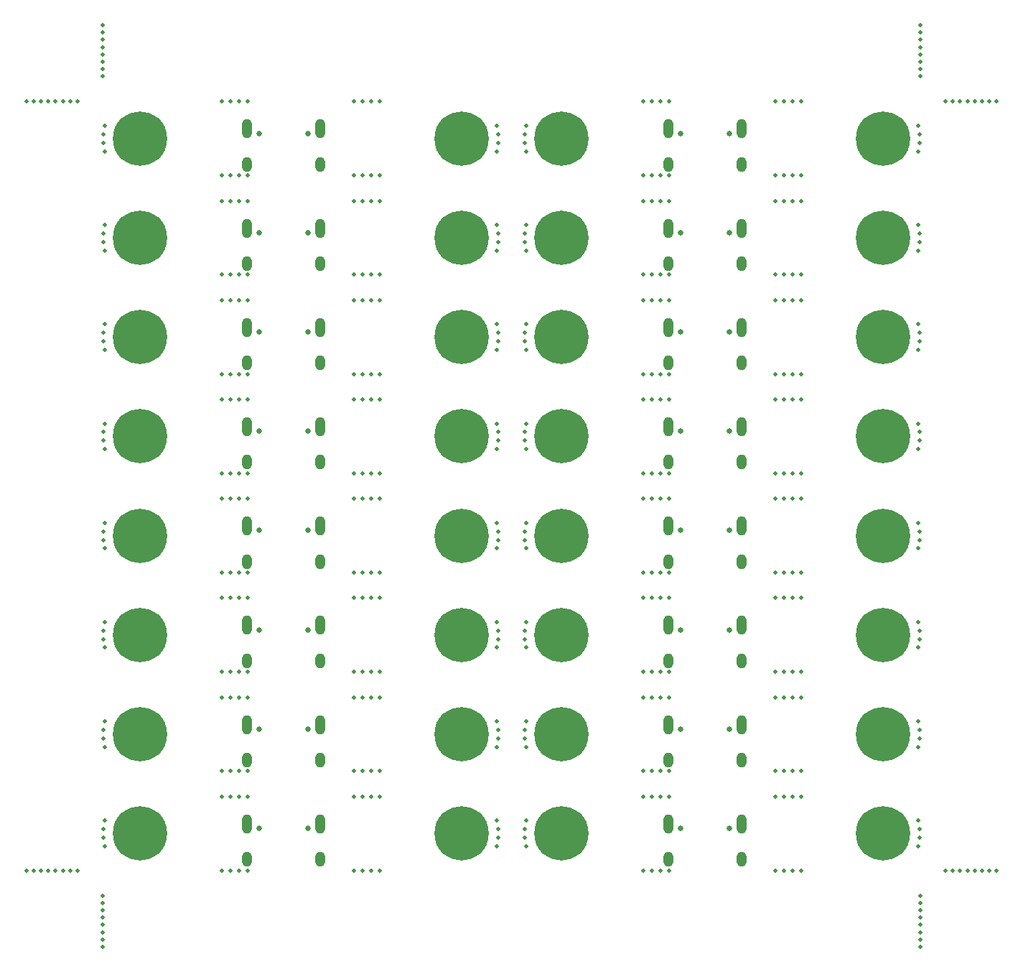
<source format=gts>
%TF.GenerationSoftware,KiCad,Pcbnew,(6.0.5)*%
%TF.CreationDate,2022-06-15T20:47:15+08:00*%
%TF.ProjectId,panel,70616e65-6c2e-46b6-9963-61645f706362,rev?*%
%TF.SameCoordinates,Original*%
%TF.FileFunction,Soldermask,Top*%
%TF.FilePolarity,Negative*%
%FSLAX46Y46*%
G04 Gerber Fmt 4.6, Leading zero omitted, Abs format (unit mm)*
G04 Created by KiCad (PCBNEW (6.0.5)) date 2022-06-15 20:47:15*
%MOMM*%
%LPD*%
G01*
G04 APERTURE LIST*
%ADD10C,0.500000*%
%ADD11C,0.800000*%
%ADD12C,6.400000*%
%ADD13C,0.650000*%
%ADD14O,1.200000X2.300000*%
%ADD15O,1.200000X1.800000*%
G04 APERTURE END LIST*
D10*
%TO.C,REF\u002A\u002A*%
X90765765Y-70800000D03*
%TD*%
%TO.C,REF\u002A\u002A*%
X90765765Y-24000000D03*
%TD*%
%TO.C,REF\u002A\u002A*%
X24029255Y-62940601D03*
%TD*%
%TO.C,REF\u002A\u002A*%
X123397295Y-24000000D03*
%TD*%
%TO.C,REF\u002A\u002A*%
X41065765Y-35700000D03*
%TD*%
%TO.C,REF\u002A\u002A*%
X55631530Y-94200000D03*
%TD*%
%TO.C,REF\u002A\u002A*%
X40065765Y-82500000D03*
%TD*%
%TO.C,REF\u002A\u002A*%
X120368040Y-74640601D03*
%TD*%
%TO.C,REF\u002A\u002A*%
X24000000Y-122742857D03*
%TD*%
%TO.C,REF\u002A\u002A*%
X120368040Y-75659398D03*
%TD*%
%TO.C,REF\u002A\u002A*%
X73729255Y-87359398D03*
%TD*%
%TO.C,REF\u002A\u002A*%
X41065765Y-24000000D03*
%TD*%
%TO.C,REF\u002A\u002A*%
X90765765Y-35700000D03*
%TD*%
D11*
%TO.C,MH1*%
X63948648Y-51750000D03*
X64651592Y-50052944D03*
X66348648Y-49350000D03*
X64651592Y-53447056D03*
X66348648Y-54150000D03*
X68045704Y-50052944D03*
D12*
X66348648Y-51750000D03*
D11*
X68045704Y-53447056D03*
X68748648Y-51750000D03*
%TD*%
D10*
%TO.C,REF\u002A\u002A*%
X56631530Y-56100000D03*
%TD*%
%TO.C,REF\u002A\u002A*%
X54631530Y-102900000D03*
%TD*%
%TO.C,REF\u002A\u002A*%
X56631530Y-47400000D03*
%TD*%
%TO.C,REF\u002A\u002A*%
X24000000Y-117600000D03*
%TD*%
%TO.C,REF\u002A\u002A*%
X70430427Y-108750000D03*
%TD*%
%TO.C,REF\u002A\u002A*%
X104331530Y-114600000D03*
%TD*%
%TO.C,REF\u002A\u002A*%
X24000000Y-123600000D03*
%TD*%
%TO.C,REF\u002A\u002A*%
X87765765Y-67800000D03*
%TD*%
%TO.C,REF\u002A\u002A*%
X24266868Y-61950000D03*
%TD*%
%TO.C,REF\u002A\u002A*%
X127683009Y-114600000D03*
%TD*%
%TO.C,REF\u002A\u002A*%
X120368040Y-39540601D03*
%TD*%
%TO.C,REF\u002A\u002A*%
X24000000Y-21000000D03*
%TD*%
%TO.C,REF\u002A\u002A*%
X73966868Y-53250000D03*
%TD*%
%TO.C,REF\u002A\u002A*%
X120130427Y-85350000D03*
%TD*%
%TO.C,REF\u002A\u002A*%
X54631530Y-67800000D03*
%TD*%
%TO.C,REF\u002A\u002A*%
X105331530Y-67800000D03*
%TD*%
%TO.C,REF\u002A\u002A*%
X120368040Y-28859398D03*
%TD*%
%TO.C,REF\u002A\u002A*%
X88765765Y-32700000D03*
%TD*%
%TO.C,REF\u002A\u002A*%
X120368040Y-63959398D03*
%TD*%
%TO.C,REF\u002A\u002A*%
X15857142Y-114600000D03*
%TD*%
%TO.C,REF\u002A\u002A*%
X54631530Y-59100000D03*
%TD*%
%TO.C,REF\u002A\u002A*%
X53631530Y-82500000D03*
%TD*%
%TO.C,REF\u002A\u002A*%
X39065765Y-56100000D03*
%TD*%
%TO.C,REF\u002A\u002A*%
X70430427Y-73650000D03*
%TD*%
%TO.C,REF\u002A\u002A*%
X120368040Y-27840601D03*
%TD*%
%TO.C,REF\u002A\u002A*%
X73729255Y-110759398D03*
%TD*%
%TO.C,REF\u002A\u002A*%
X73729255Y-74640601D03*
%TD*%
%TO.C,REF\u002A\u002A*%
X16714285Y-114600000D03*
%TD*%
%TO.C,REF\u002A\u002A*%
X120397295Y-121885714D03*
%TD*%
%TO.C,REF\u002A\u002A*%
X73966868Y-73650000D03*
%TD*%
%TO.C,REF\u002A\u002A*%
X87765765Y-47400000D03*
%TD*%
%TO.C,REF\u002A\u002A*%
X55631530Y-67800000D03*
%TD*%
%TO.C,REF\u002A\u002A*%
X24266868Y-50250000D03*
%TD*%
%TO.C,REF\u002A\u002A*%
X55631530Y-47400000D03*
%TD*%
D11*
%TO.C,MH2*%
X30748648Y-40050000D03*
X25948648Y-40050000D03*
D12*
X28348648Y-40050000D03*
D11*
X28348648Y-37650000D03*
X28348648Y-42450000D03*
X30045704Y-41747056D03*
X26651592Y-41747056D03*
X30045704Y-38352944D03*
X26651592Y-38352944D03*
%TD*%
D10*
%TO.C,REF\u002A\u002A*%
X39065765Y-24000000D03*
%TD*%
%TO.C,REF\u002A\u002A*%
X120397295Y-19285714D03*
%TD*%
%TO.C,REF\u002A\u002A*%
X70668040Y-40559398D03*
%TD*%
%TO.C,REF\u002A\u002A*%
X103331530Y-70800000D03*
%TD*%
%TO.C,REF\u002A\u002A*%
X55631530Y-70800000D03*
%TD*%
%TO.C,REF\u002A\u002A*%
X24266868Y-26850000D03*
%TD*%
%TO.C,REF\u002A\u002A*%
X56631530Y-114600000D03*
%TD*%
%TO.C,REF\u002A\u002A*%
X39065765Y-102900000D03*
%TD*%
%TO.C,REF\u002A\u002A*%
X88765765Y-35700000D03*
%TD*%
%TO.C,REF\u002A\u002A*%
X105331530Y-105900000D03*
%TD*%
%TO.C,REF\u002A\u002A*%
X89765765Y-59100000D03*
%TD*%
%TO.C,REF\u002A\u002A*%
X39065765Y-94200000D03*
%TD*%
%TO.C,REF\u002A\u002A*%
X104331530Y-94200000D03*
%TD*%
%TO.C,REF\u002A\u002A*%
X24000000Y-19285714D03*
%TD*%
%TO.C,REF\u002A\u002A*%
X104331530Y-56100000D03*
%TD*%
%TO.C,REF\u002A\u002A*%
X38065765Y-59100000D03*
%TD*%
%TO.C,REF\u002A\u002A*%
X128540152Y-114600000D03*
%TD*%
%TO.C,REF\u002A\u002A*%
X56631530Y-94200000D03*
%TD*%
%TO.C,REF\u002A\u002A*%
X56631530Y-105900000D03*
%TD*%
%TO.C,REF\u002A\u002A*%
X105331530Y-102900000D03*
%TD*%
%TO.C,REF\u002A\u002A*%
X73966868Y-108750000D03*
%TD*%
D11*
%TO.C,MH1*%
X68748648Y-28350000D03*
D12*
X66348648Y-28350000D03*
D11*
X68045704Y-30047056D03*
X66348648Y-30750000D03*
X64651592Y-30047056D03*
X68045704Y-26652944D03*
X63948648Y-28350000D03*
X66348648Y-25950000D03*
X64651592Y-26652944D03*
%TD*%
D10*
%TO.C,REF\u002A\u002A*%
X41065765Y-114600000D03*
%TD*%
%TO.C,REF\u002A\u002A*%
X70430427Y-85350000D03*
%TD*%
%TO.C,REF\u002A\u002A*%
X125111580Y-24000000D03*
%TD*%
%TO.C,REF\u002A\u002A*%
X55631530Y-35700000D03*
%TD*%
%TO.C,REF\u002A\u002A*%
X126825866Y-114600000D03*
%TD*%
%TO.C,REF\u002A\u002A*%
X41065765Y-70800000D03*
%TD*%
%TO.C,REF\u002A\u002A*%
X56631530Y-70800000D03*
%TD*%
%TO.C,REF\u002A\u002A*%
X88765765Y-91200000D03*
%TD*%
%TO.C,REF\u002A\u002A*%
X53631530Y-94200000D03*
%TD*%
%TO.C,REF\u002A\u002A*%
X17571428Y-24000000D03*
%TD*%
%TO.C,REF\u002A\u002A*%
X24029255Y-39540601D03*
%TD*%
%TO.C,REF\u002A\u002A*%
X70430427Y-50250000D03*
%TD*%
%TO.C,REF\u002A\u002A*%
X105331530Y-82500000D03*
%TD*%
%TO.C,REF\u002A\u002A*%
X73729255Y-40559398D03*
%TD*%
%TO.C,REF\u002A\u002A*%
X87765765Y-91200000D03*
%TD*%
%TO.C,REF\u002A\u002A*%
X38065765Y-70800000D03*
%TD*%
%TO.C,REF\u002A\u002A*%
X105331530Y-32700000D03*
%TD*%
%TO.C,REF\u002A\u002A*%
X88765765Y-67800000D03*
%TD*%
%TO.C,REF\u002A\u002A*%
X38065765Y-114600000D03*
%TD*%
%TO.C,REF\u002A\u002A*%
X103331530Y-94200000D03*
%TD*%
%TO.C,REF\u002A\u002A*%
X120397295Y-117600000D03*
%TD*%
%TO.C,REF\u002A\u002A*%
X39065765Y-32700000D03*
%TD*%
%TO.C,REF\u002A\u002A*%
X41065765Y-91200000D03*
%TD*%
%TO.C,REF\u002A\u002A*%
X104331530Y-102900000D03*
%TD*%
D11*
%TO.C,MH1*%
X116048648Y-100950000D03*
X114351592Y-100247056D03*
X117745704Y-100247056D03*
D12*
X116048648Y-98550000D03*
D11*
X114351592Y-96852944D03*
X117745704Y-96852944D03*
X113648648Y-98550000D03*
X118448648Y-98550000D03*
X116048648Y-96150000D03*
%TD*%
D10*
%TO.C,REF\u002A\u002A*%
X103331530Y-32700000D03*
%TD*%
%TO.C,REF\u002A\u002A*%
X120368040Y-51240601D03*
%TD*%
%TO.C,REF\u002A\u002A*%
X39065765Y-35700000D03*
%TD*%
%TO.C,REF\u002A\u002A*%
X24266868Y-108750000D03*
%TD*%
%TO.C,REF\u002A\u002A*%
X41065765Y-32700000D03*
%TD*%
%TO.C,REF\u002A\u002A*%
X104331530Y-24000000D03*
%TD*%
%TO.C,REF\u002A\u002A*%
X56631530Y-79500000D03*
%TD*%
%TO.C,REF\u002A\u002A*%
X106331530Y-44400000D03*
%TD*%
%TO.C,REF\u002A\u002A*%
X105331530Y-94200000D03*
%TD*%
%TO.C,REF\u002A\u002A*%
X40065765Y-79500000D03*
%TD*%
%TO.C,REF\u002A\u002A*%
X128540152Y-24000000D03*
%TD*%
%TO.C,REF\u002A\u002A*%
X54631530Y-35700000D03*
%TD*%
%TO.C,REF\u002A\u002A*%
X53631530Y-47400000D03*
%TD*%
%TO.C,REF\u002A\u002A*%
X105331530Y-59100000D03*
%TD*%
D11*
%TO.C,MH2*%
X76351592Y-38352944D03*
X79745704Y-38352944D03*
X78048648Y-42450000D03*
X76351592Y-41747056D03*
X79745704Y-41747056D03*
X78048648Y-37650000D03*
D12*
X78048648Y-40050000D03*
D11*
X75648648Y-40050000D03*
X80448648Y-40050000D03*
%TD*%
D10*
%TO.C,REF\u002A\u002A*%
X40065765Y-35700000D03*
%TD*%
%TO.C,REF\u002A\u002A*%
X21000000Y-114600000D03*
%TD*%
%TO.C,REF\u002A\u002A*%
X70668040Y-87359398D03*
%TD*%
%TO.C,REF\u002A\u002A*%
X88765765Y-44400000D03*
%TD*%
%TO.C,REF\u002A\u002A*%
X105331530Y-56100000D03*
%TD*%
%TO.C,REF\u002A\u002A*%
X38065765Y-35700000D03*
%TD*%
%TO.C,REF\u002A\u002A*%
X120130427Y-53250000D03*
%TD*%
%TO.C,REF\u002A\u002A*%
X103331530Y-102900000D03*
%TD*%
D11*
%TO.C,MH1*%
X114351592Y-61752944D03*
X114351592Y-65147056D03*
X116048648Y-61050000D03*
X117745704Y-65147056D03*
D12*
X116048648Y-63450000D03*
D11*
X113648648Y-63450000D03*
X116048648Y-65850000D03*
X117745704Y-61752944D03*
X118448648Y-63450000D03*
%TD*%
D10*
%TO.C,REF\u002A\u002A*%
X40065765Y-67800000D03*
%TD*%
%TO.C,REF\u002A\u002A*%
X41065765Y-94200000D03*
%TD*%
%TO.C,REF\u002A\u002A*%
X41065765Y-47400000D03*
%TD*%
%TO.C,REF\u002A\u002A*%
X105331530Y-35700000D03*
%TD*%
D11*
%TO.C,MH2*%
X78048648Y-54150000D03*
X76351592Y-53447056D03*
D12*
X78048648Y-51750000D03*
D11*
X76351592Y-50052944D03*
X79745704Y-50052944D03*
X75648648Y-51750000D03*
X79745704Y-53447056D03*
X80448648Y-51750000D03*
X78048648Y-49350000D03*
%TD*%
D10*
%TO.C,REF\u002A\u002A*%
X106331530Y-94200000D03*
%TD*%
%TO.C,REF\u002A\u002A*%
X24266868Y-41550000D03*
%TD*%
%TO.C,REF\u002A\u002A*%
X39065765Y-67800000D03*
%TD*%
%TO.C,REF\u002A\u002A*%
X105331530Y-70800000D03*
%TD*%
%TO.C,REF\u002A\u002A*%
X88765765Y-94200000D03*
%TD*%
%TO.C,REF\u002A\u002A*%
X70668040Y-86340601D03*
%TD*%
%TO.C,REF\u002A\u002A*%
X90765765Y-91200000D03*
%TD*%
%TO.C,REF\u002A\u002A*%
X15857142Y-24000000D03*
%TD*%
%TO.C,REF\u002A\u002A*%
X54631530Y-114600000D03*
%TD*%
%TO.C,REF\u002A\u002A*%
X39065765Y-91200000D03*
%TD*%
%TO.C,REF\u002A\u002A*%
X104331530Y-67800000D03*
%TD*%
%TO.C,REF\u002A\u002A*%
X88765765Y-82500000D03*
%TD*%
D11*
%TO.C,MH2*%
X28348648Y-54150000D03*
X28348648Y-49350000D03*
X26651592Y-50052944D03*
X25948648Y-51750000D03*
D12*
X28348648Y-51750000D03*
D11*
X26651592Y-53447056D03*
X30045704Y-50052944D03*
X30748648Y-51750000D03*
X30045704Y-53447056D03*
%TD*%
D10*
%TO.C,REF\u002A\u002A*%
X56631530Y-82500000D03*
%TD*%
%TO.C,REF\u002A\u002A*%
X53631530Y-24000000D03*
%TD*%
%TO.C,REF\u002A\u002A*%
X53631530Y-105900000D03*
%TD*%
%TO.C,REF\u002A\u002A*%
X40065765Y-114600000D03*
%TD*%
%TO.C,REF\u002A\u002A*%
X120397295Y-18428571D03*
%TD*%
%TO.C,REF\u002A\u002A*%
X90765765Y-59100000D03*
%TD*%
%TO.C,REF\u002A\u002A*%
X120397295Y-118457142D03*
%TD*%
%TO.C,REF\u002A\u002A*%
X104331530Y-70800000D03*
%TD*%
%TO.C,REF\u002A\u002A*%
X120368040Y-98040601D03*
%TD*%
%TO.C,REF\u002A\u002A*%
X105331530Y-91200000D03*
%TD*%
%TO.C,REF\u002A\u002A*%
X106331530Y-47400000D03*
%TD*%
%TO.C,REF\u002A\u002A*%
X88765765Y-70800000D03*
%TD*%
%TO.C,REF\u002A\u002A*%
X104331530Y-79500000D03*
%TD*%
%TO.C,REF\u002A\u002A*%
X90765765Y-56100000D03*
%TD*%
%TO.C,REF\u002A\u002A*%
X41065765Y-44400000D03*
%TD*%
%TO.C,REF\u002A\u002A*%
X89765765Y-105900000D03*
%TD*%
D12*
%TO.C,MH1*%
X66348648Y-75150000D03*
D11*
X64651592Y-73452944D03*
X68045704Y-76847056D03*
X63948648Y-75150000D03*
X64651592Y-76847056D03*
X66348648Y-72750000D03*
X68748648Y-75150000D03*
X66348648Y-77550000D03*
X68045704Y-73452944D03*
%TD*%
%TO.C,MH1*%
X66348648Y-89250000D03*
X68045704Y-85152944D03*
X66348648Y-84450000D03*
D12*
X66348648Y-86850000D03*
D11*
X68748648Y-86850000D03*
X64651592Y-88547056D03*
X64651592Y-85152944D03*
X63948648Y-86850000D03*
X68045704Y-88547056D03*
%TD*%
D10*
%TO.C,REF\u002A\u002A*%
X120397295Y-21000000D03*
%TD*%
D11*
%TO.C,MH1*%
X63948648Y-98550000D03*
X64651592Y-96852944D03*
X68748648Y-98550000D03*
X68045704Y-96852944D03*
D12*
X66348648Y-98550000D03*
D11*
X64651592Y-100247056D03*
X66348648Y-96150000D03*
X68045704Y-100247056D03*
X66348648Y-100950000D03*
%TD*%
D10*
%TO.C,REF\u002A\u002A*%
X41065765Y-67800000D03*
%TD*%
%TO.C,REF\u002A\u002A*%
X39065765Y-70800000D03*
%TD*%
%TO.C,REF\u002A\u002A*%
X53631530Y-70800000D03*
%TD*%
%TO.C,REF\u002A\u002A*%
X106331530Y-114600000D03*
%TD*%
%TO.C,REF\u002A\u002A*%
X53631530Y-79500000D03*
%TD*%
%TO.C,REF\u002A\u002A*%
X40065765Y-70800000D03*
%TD*%
D11*
%TO.C,MH2*%
X76351592Y-61752944D03*
X79745704Y-61752944D03*
X80448648Y-63450000D03*
X75648648Y-63450000D03*
X79745704Y-65147056D03*
X78048648Y-65850000D03*
D12*
X78048648Y-63450000D03*
D11*
X78048648Y-61050000D03*
X76351592Y-65147056D03*
%TD*%
D10*
%TO.C,REF\u002A\u002A*%
X73966868Y-64950000D03*
%TD*%
%TO.C,REF\u002A\u002A*%
X104331530Y-91200000D03*
%TD*%
%TO.C,REF\u002A\u002A*%
X73729255Y-62940601D03*
%TD*%
%TO.C,REF\u002A\u002A*%
X87765765Y-105900000D03*
%TD*%
%TO.C,REF\u002A\u002A*%
X120368040Y-62940601D03*
%TD*%
%TO.C,REF\u002A\u002A*%
X56631530Y-44400000D03*
%TD*%
%TO.C,REF\u002A\u002A*%
X104331530Y-59100000D03*
%TD*%
%TO.C,REF\u002A\u002A*%
X40065765Y-94200000D03*
%TD*%
%TO.C,REF\u002A\u002A*%
X56631530Y-91200000D03*
%TD*%
%TO.C,REF\u002A\u002A*%
X70430427Y-26850000D03*
%TD*%
%TO.C,REF\u002A\u002A*%
X120368040Y-99059398D03*
%TD*%
%TO.C,REF\u002A\u002A*%
X73966868Y-76650000D03*
%TD*%
%TO.C,REF\u002A\u002A*%
X120130427Y-111750000D03*
%TD*%
%TO.C,REF\u002A\u002A*%
X53631530Y-56100000D03*
%TD*%
%TO.C,REF\u002A\u002A*%
X24029255Y-109740601D03*
%TD*%
%TO.C,REF\u002A\u002A*%
X120368040Y-110759398D03*
%TD*%
%TO.C,REF\u002A\u002A*%
X88765765Y-47400000D03*
%TD*%
%TO.C,REF\u002A\u002A*%
X89765765Y-114600000D03*
%TD*%
%TO.C,REF\u002A\u002A*%
X87765765Y-59100000D03*
%TD*%
%TO.C,REF\u002A\u002A*%
X73729255Y-98040601D03*
%TD*%
%TO.C,REF\u002A\u002A*%
X127683009Y-24000000D03*
%TD*%
%TO.C,REF\u002A\u002A*%
X120368040Y-40559398D03*
%TD*%
%TO.C,REF\u002A\u002A*%
X105331530Y-44400000D03*
%TD*%
%TO.C,REF\u002A\u002A*%
X103331530Y-67800000D03*
%TD*%
%TO.C,REF\u002A\u002A*%
X39065765Y-114600000D03*
%TD*%
D11*
%TO.C,MH2*%
X30748648Y-63450000D03*
X28348648Y-65850000D03*
X26651592Y-61752944D03*
X26651592Y-65147056D03*
D12*
X28348648Y-63450000D03*
D11*
X28348648Y-61050000D03*
X25948648Y-63450000D03*
X30045704Y-65147056D03*
X30045704Y-61752944D03*
%TD*%
D10*
%TO.C,REF\u002A\u002A*%
X40065765Y-105900000D03*
%TD*%
%TO.C,REF\u002A\u002A*%
X70668040Y-110759398D03*
%TD*%
%TO.C,REF\u002A\u002A*%
X24266868Y-73650000D03*
%TD*%
%TO.C,REF\u002A\u002A*%
X39065765Y-105900000D03*
%TD*%
%TO.C,REF\u002A\u002A*%
X38065765Y-32700000D03*
%TD*%
%TO.C,REF\u002A\u002A*%
X38065765Y-102900000D03*
%TD*%
%TO.C,REF\u002A\u002A*%
X73966868Y-38550000D03*
%TD*%
%TO.C,REF\u002A\u002A*%
X41065765Y-82500000D03*
%TD*%
D11*
%TO.C,MH2*%
X76351592Y-111947056D03*
X76351592Y-108552944D03*
X79745704Y-108552944D03*
X80448648Y-110250000D03*
X78048648Y-112650000D03*
X75648648Y-110250000D03*
D12*
X78048648Y-110250000D03*
D11*
X78048648Y-107850000D03*
X79745704Y-111947056D03*
%TD*%
D10*
%TO.C,REF\u002A\u002A*%
X70430427Y-111750000D03*
%TD*%
%TO.C,REF\u002A\u002A*%
X88765765Y-59100000D03*
%TD*%
%TO.C,REF\u002A\u002A*%
X38065765Y-44400000D03*
%TD*%
%TO.C,REF\u002A\u002A*%
X24029255Y-87359398D03*
%TD*%
%TO.C,REF\u002A\u002A*%
X73729255Y-109740601D03*
%TD*%
%TO.C,REF\u002A\u002A*%
X120130427Y-38550000D03*
%TD*%
D11*
%TO.C,MH1*%
X68045704Y-111947056D03*
X63948648Y-110250000D03*
X64651592Y-108552944D03*
D12*
X66348648Y-110250000D03*
D11*
X66348648Y-107850000D03*
X68045704Y-108552944D03*
X68748648Y-110250000D03*
X64651592Y-111947056D03*
X66348648Y-112650000D03*
%TD*%
D10*
%TO.C,REF\u002A\u002A*%
X87765765Y-56100000D03*
%TD*%
%TO.C,REF\u002A\u002A*%
X16714285Y-24000000D03*
%TD*%
%TO.C,REF\u002A\u002A*%
X70430427Y-100050000D03*
%TD*%
%TO.C,REF\u002A\u002A*%
X70430427Y-97050000D03*
%TD*%
%TO.C,REF\u002A\u002A*%
X90765765Y-47400000D03*
%TD*%
%TO.C,REF\u002A\u002A*%
X24266868Y-76650000D03*
%TD*%
%TO.C,REF\u002A\u002A*%
X90765765Y-79500000D03*
%TD*%
%TO.C,REF\u002A\u002A*%
X103331530Y-79500000D03*
%TD*%
%TO.C,REF\u002A\u002A*%
X53631530Y-44400000D03*
%TD*%
%TO.C,REF\u002A\u002A*%
X24029255Y-63959398D03*
%TD*%
%TO.C,REF\u002A\u002A*%
X70668040Y-27840601D03*
%TD*%
%TO.C,REF\u002A\u002A*%
X55631530Y-59100000D03*
%TD*%
%TO.C,REF\u002A\u002A*%
X87765765Y-79500000D03*
%TD*%
%TO.C,REF\u002A\u002A*%
X87765765Y-44400000D03*
%TD*%
%TO.C,REF\u002A\u002A*%
X54631530Y-47400000D03*
%TD*%
%TO.C,REF\u002A\u002A*%
X120397295Y-123600000D03*
%TD*%
%TO.C,REF\u002A\u002A*%
X41065765Y-59100000D03*
%TD*%
%TO.C,REF\u002A\u002A*%
X53631530Y-32700000D03*
%TD*%
%TO.C,REF\u002A\u002A*%
X24000000Y-18428571D03*
%TD*%
%TO.C,REF\u002A\u002A*%
X55631530Y-24000000D03*
%TD*%
%TO.C,REF\u002A\u002A*%
X90765765Y-67800000D03*
%TD*%
%TO.C,REF\u002A\u002A*%
X24000000Y-121885714D03*
%TD*%
%TO.C,REF\u002A\u002A*%
X56631530Y-102900000D03*
%TD*%
%TO.C,REF\u002A\u002A*%
X70668040Y-63959398D03*
%TD*%
%TO.C,REF\u002A\u002A*%
X70668040Y-74640601D03*
%TD*%
%TO.C,REF\u002A\u002A*%
X103331530Y-82500000D03*
%TD*%
%TO.C,REF\u002A\u002A*%
X15000000Y-24000000D03*
%TD*%
%TO.C,REF\u002A\u002A*%
X104331530Y-44400000D03*
%TD*%
D12*
%TO.C,MH2*%
X28348648Y-98550000D03*
D11*
X26651592Y-100247056D03*
X28348648Y-96150000D03*
X26651592Y-96852944D03*
X30748648Y-98550000D03*
X30045704Y-96852944D03*
X25948648Y-98550000D03*
X30045704Y-100247056D03*
X28348648Y-100950000D03*
%TD*%
D10*
%TO.C,REF\u002A\u002A*%
X120130427Y-108750000D03*
%TD*%
%TO.C,REF\u002A\u002A*%
X54631530Y-32700000D03*
%TD*%
%TO.C,REF\u002A\u002A*%
X124254437Y-114600000D03*
%TD*%
%TO.C,REF\u002A\u002A*%
X73729255Y-75659398D03*
%TD*%
%TO.C,REF\u002A\u002A*%
X24266868Y-88350000D03*
%TD*%
%TO.C,REF\u002A\u002A*%
X103331530Y-47400000D03*
%TD*%
%TO.C,REF\u002A\u002A*%
X87765765Y-35700000D03*
%TD*%
%TO.C,REF\u002A\u002A*%
X103331530Y-56100000D03*
%TD*%
%TO.C,REF\u002A\u002A*%
X38065765Y-105900000D03*
%TD*%
%TO.C,REF\u002A\u002A*%
X88765765Y-102900000D03*
%TD*%
%TO.C,REF\u002A\u002A*%
X120130427Y-97050000D03*
%TD*%
%TO.C,REF\u002A\u002A*%
X56631530Y-32700000D03*
%TD*%
D11*
%TO.C,MH1*%
X114351592Y-108552944D03*
X116048648Y-112650000D03*
X118448648Y-110250000D03*
X117745704Y-111947056D03*
X114351592Y-111947056D03*
D12*
X116048648Y-110250000D03*
D11*
X117745704Y-108552944D03*
X116048648Y-107850000D03*
X113648648Y-110250000D03*
%TD*%
D10*
%TO.C,REF\u002A\u002A*%
X88765765Y-114600000D03*
%TD*%
%TO.C,REF\u002A\u002A*%
X73966868Y-29850000D03*
%TD*%
%TO.C,REF\u002A\u002A*%
X70668040Y-28859398D03*
%TD*%
%TO.C,REF\u002A\u002A*%
X24029255Y-40559398D03*
%TD*%
%TO.C,REF\u002A\u002A*%
X73729255Y-39540601D03*
%TD*%
%TO.C,REF\u002A\u002A*%
X103331530Y-105900000D03*
%TD*%
%TO.C,REF\u002A\u002A*%
X70668040Y-62940601D03*
%TD*%
%TO.C,REF\u002A\u002A*%
X24029255Y-99059398D03*
%TD*%
D11*
%TO.C,MH2*%
X75648648Y-86850000D03*
X78048648Y-89250000D03*
X80448648Y-86850000D03*
X79745704Y-88547056D03*
X79745704Y-85152944D03*
X76351592Y-88547056D03*
X76351592Y-85152944D03*
X78048648Y-84450000D03*
D12*
X78048648Y-86850000D03*
%TD*%
D10*
%TO.C,REF\u002A\u002A*%
X89765765Y-24000000D03*
%TD*%
%TO.C,REF\u002A\u002A*%
X70668040Y-39540601D03*
%TD*%
%TO.C,REF\u002A\u002A*%
X70430427Y-41550000D03*
%TD*%
%TO.C,REF\u002A\u002A*%
X19285714Y-24000000D03*
%TD*%
%TO.C,REF\u002A\u002A*%
X38065765Y-91200000D03*
%TD*%
%TO.C,REF\u002A\u002A*%
X120397295Y-20142857D03*
%TD*%
%TO.C,REF\u002A\u002A*%
X87765765Y-102900000D03*
%TD*%
%TO.C,REF\u002A\u002A*%
X106331530Y-24000000D03*
%TD*%
%TO.C,REF\u002A\u002A*%
X120130427Y-88350000D03*
%TD*%
%TO.C,REF\u002A\u002A*%
X24266868Y-38550000D03*
%TD*%
%TO.C,REF\u002A\u002A*%
X70668040Y-75659398D03*
%TD*%
%TO.C,REF\u002A\u002A*%
X120368040Y-86340601D03*
%TD*%
%TO.C,REF\u002A\u002A*%
X53631530Y-35700000D03*
%TD*%
%TO.C,REF\u002A\u002A*%
X120130427Y-41550000D03*
%TD*%
%TO.C,REF\u002A\u002A*%
X24000000Y-120171428D03*
%TD*%
%TO.C,REF\u002A\u002A*%
X89765765Y-70800000D03*
%TD*%
%TO.C,REF\u002A\u002A*%
X103331530Y-44400000D03*
%TD*%
%TO.C,REF\u002A\u002A*%
X87765765Y-94200000D03*
%TD*%
%TO.C,REF\u002A\u002A*%
X20142857Y-24000000D03*
%TD*%
%TO.C,REF\u002A\u002A*%
X54631530Y-105900000D03*
%TD*%
%TO.C,REF\u002A\u002A*%
X40065765Y-24000000D03*
%TD*%
%TO.C,REF\u002A\u002A*%
X88765765Y-56100000D03*
%TD*%
%TO.C,REF\u002A\u002A*%
X106331530Y-70800000D03*
%TD*%
%TO.C,REF\u002A\u002A*%
X73729255Y-51240601D03*
%TD*%
%TO.C,REF\u002A\u002A*%
X90765765Y-102900000D03*
%TD*%
%TO.C,REF\u002A\u002A*%
X70430427Y-38550000D03*
%TD*%
%TO.C,REF\u002A\u002A*%
X120130427Y-61950000D03*
%TD*%
%TO.C,REF\u002A\u002A*%
X89765765Y-91200000D03*
%TD*%
%TO.C,REF\u002A\u002A*%
X55631530Y-32700000D03*
%TD*%
%TO.C,REF\u002A\u002A*%
X120130427Y-64950000D03*
%TD*%
%TO.C,REF\u002A\u002A*%
X39065765Y-59100000D03*
%TD*%
%TO.C,REF\u002A\u002A*%
X39065765Y-44400000D03*
%TD*%
%TO.C,REF\u002A\u002A*%
X56631530Y-67800000D03*
%TD*%
D11*
%TO.C,MH1*%
X64651592Y-65147056D03*
X68748648Y-63450000D03*
X63948648Y-63450000D03*
X66348648Y-65850000D03*
X64651592Y-61752944D03*
D12*
X66348648Y-63450000D03*
D11*
X68045704Y-65147056D03*
X66348648Y-61050000D03*
X68045704Y-61752944D03*
%TD*%
D10*
%TO.C,REF\u002A\u002A*%
X24000000Y-20142857D03*
%TD*%
%TO.C,REF\u002A\u002A*%
X106331530Y-59100000D03*
%TD*%
%TO.C,REF\u002A\u002A*%
X89765765Y-67800000D03*
%TD*%
%TO.C,REF\u002A\u002A*%
X120130427Y-100050000D03*
%TD*%
%TO.C,REF\u002A\u002A*%
X120397295Y-15857142D03*
%TD*%
%TO.C,REF\u002A\u002A*%
X123397295Y-114600000D03*
%TD*%
%TO.C,REF\u002A\u002A*%
X90765765Y-105900000D03*
%TD*%
%TO.C,REF\u002A\u002A*%
X54631530Y-79500000D03*
%TD*%
%TO.C,REF\u002A\u002A*%
X106331530Y-79500000D03*
%TD*%
%TO.C,REF\u002A\u002A*%
X70668040Y-99059398D03*
%TD*%
%TO.C,REF\u002A\u002A*%
X73966868Y-97050000D03*
%TD*%
D12*
%TO.C,MH2*%
X28348648Y-75150000D03*
D11*
X26651592Y-76847056D03*
X30045704Y-73452944D03*
X26651592Y-73452944D03*
X30748648Y-75150000D03*
X30045704Y-76847056D03*
X25948648Y-75150000D03*
X28348648Y-77550000D03*
X28348648Y-72750000D03*
%TD*%
D10*
%TO.C,REF\u002A\u002A*%
X73966868Y-111750000D03*
%TD*%
D11*
%TO.C,MH1*%
X66348648Y-42450000D03*
X68748648Y-40050000D03*
X68045704Y-41747056D03*
X64651592Y-38352944D03*
X63948648Y-40050000D03*
X66348648Y-37650000D03*
D12*
X66348648Y-40050000D03*
D11*
X68045704Y-38352944D03*
X64651592Y-41747056D03*
%TD*%
D10*
%TO.C,REF\u002A\u002A*%
X41065765Y-56100000D03*
%TD*%
%TO.C,REF\u002A\u002A*%
X73966868Y-26850000D03*
%TD*%
D11*
%TO.C,MH1*%
X114351592Y-85152944D03*
X114351592Y-88547056D03*
X118448648Y-86850000D03*
X116048648Y-84450000D03*
X116048648Y-89250000D03*
X117745704Y-88547056D03*
D12*
X116048648Y-86850000D03*
D11*
X113648648Y-86850000D03*
X117745704Y-85152944D03*
%TD*%
D10*
%TO.C,REF\u002A\u002A*%
X21000000Y-24000000D03*
%TD*%
%TO.C,REF\u002A\u002A*%
X125968723Y-114600000D03*
%TD*%
%TO.C,REF\u002A\u002A*%
X105331530Y-79500000D03*
%TD*%
%TO.C,REF\u002A\u002A*%
X106331530Y-35700000D03*
%TD*%
%TO.C,REF\u002A\u002A*%
X55631530Y-56100000D03*
%TD*%
%TO.C,REF\u002A\u002A*%
X40065765Y-32700000D03*
%TD*%
%TO.C,REF\u002A\u002A*%
X73966868Y-61950000D03*
%TD*%
D11*
%TO.C,MH2*%
X26651592Y-88547056D03*
X30748648Y-86850000D03*
X26651592Y-85152944D03*
X28348648Y-84450000D03*
X25948648Y-86850000D03*
X30045704Y-88547056D03*
D12*
X28348648Y-86850000D03*
D11*
X30045704Y-85152944D03*
X28348648Y-89250000D03*
%TD*%
D10*
%TO.C,REF\u002A\u002A*%
X87765765Y-24000000D03*
%TD*%
%TO.C,REF\u002A\u002A*%
X87765765Y-82500000D03*
%TD*%
%TO.C,REF\u002A\u002A*%
X38065765Y-24000000D03*
%TD*%
%TO.C,REF\u002A\u002A*%
X120368040Y-109740601D03*
%TD*%
%TO.C,REF\u002A\u002A*%
X103331530Y-59100000D03*
%TD*%
%TO.C,REF\u002A\u002A*%
X103331530Y-35700000D03*
%TD*%
%TO.C,REF\u002A\u002A*%
X24266868Y-64950000D03*
%TD*%
%TO.C,REF\u002A\u002A*%
X120130427Y-50250000D03*
%TD*%
%TO.C,REF\u002A\u002A*%
X88765765Y-24000000D03*
%TD*%
%TO.C,REF\u002A\u002A*%
X24000000Y-15000000D03*
%TD*%
D11*
%TO.C,MH1*%
X117745704Y-76847056D03*
X118448648Y-75150000D03*
X116048648Y-72750000D03*
X116048648Y-77550000D03*
X113648648Y-75150000D03*
X117745704Y-73452944D03*
D12*
X116048648Y-75150000D03*
D11*
X114351592Y-73452944D03*
X114351592Y-76847056D03*
%TD*%
D10*
%TO.C,REF\u002A\u002A*%
X40065765Y-47400000D03*
%TD*%
%TO.C,REF\u002A\u002A*%
X89765765Y-79500000D03*
%TD*%
%TO.C,REF\u002A\u002A*%
X120130427Y-29850000D03*
%TD*%
D11*
%TO.C,MH1*%
X116048648Y-25950000D03*
X116048648Y-30750000D03*
X118448648Y-28350000D03*
X114351592Y-26652944D03*
D12*
X116048648Y-28350000D03*
D11*
X117745704Y-30047056D03*
X114351592Y-30047056D03*
X117745704Y-26652944D03*
X113648648Y-28350000D03*
%TD*%
%TO.C,MH2*%
X79745704Y-96852944D03*
X80448648Y-98550000D03*
X79745704Y-100247056D03*
X78048648Y-96150000D03*
X78048648Y-100950000D03*
X75648648Y-98550000D03*
X76351592Y-100247056D03*
D12*
X78048648Y-98550000D03*
D11*
X76351592Y-96852944D03*
%TD*%
D10*
%TO.C,REF\u002A\u002A*%
X106331530Y-56100000D03*
%TD*%
%TO.C,REF\u002A\u002A*%
X120130427Y-73650000D03*
%TD*%
%TO.C,REF\u002A\u002A*%
X88765765Y-105900000D03*
%TD*%
%TO.C,REF\u002A\u002A*%
X41065765Y-102900000D03*
%TD*%
%TO.C,REF\u002A\u002A*%
X54631530Y-56100000D03*
%TD*%
%TO.C,REF\u002A\u002A*%
X55631530Y-44400000D03*
%TD*%
%TO.C,REF\u002A\u002A*%
X73729255Y-86340601D03*
%TD*%
%TO.C,REF\u002A\u002A*%
X55631530Y-105900000D03*
%TD*%
%TO.C,REF\u002A\u002A*%
X24266868Y-100050000D03*
%TD*%
%TO.C,REF\u002A\u002A*%
X54631530Y-91200000D03*
%TD*%
D11*
%TO.C,MH1*%
X117745704Y-41747056D03*
X114351592Y-41747056D03*
X114351592Y-38352944D03*
X117745704Y-38352944D03*
D12*
X116048648Y-40050000D03*
D11*
X113648648Y-40050000D03*
X116048648Y-37650000D03*
X116048648Y-42450000D03*
X118448648Y-40050000D03*
%TD*%
D10*
%TO.C,REF\u002A\u002A*%
X89765765Y-32700000D03*
%TD*%
%TO.C,REF\u002A\u002A*%
X24029255Y-98040601D03*
%TD*%
%TO.C,REF\u002A\u002A*%
X53631530Y-67800000D03*
%TD*%
D11*
%TO.C,MH2*%
X79745704Y-30047056D03*
X76351592Y-30047056D03*
X80448648Y-28350000D03*
X78048648Y-30750000D03*
X76351592Y-26652944D03*
D12*
X78048648Y-28350000D03*
D11*
X79745704Y-26652944D03*
X75648648Y-28350000D03*
X78048648Y-25950000D03*
%TD*%
D10*
%TO.C,REF\u002A\u002A*%
X124254437Y-24000000D03*
%TD*%
%TO.C,REF\u002A\u002A*%
X73966868Y-85350000D03*
%TD*%
%TO.C,REF\u002A\u002A*%
X56631530Y-35700000D03*
%TD*%
%TO.C,REF\u002A\u002A*%
X53631530Y-91200000D03*
%TD*%
%TO.C,REF\u002A\u002A*%
X24266868Y-29850000D03*
%TD*%
%TO.C,REF\u002A\u002A*%
X19285714Y-114600000D03*
%TD*%
%TO.C,REF\u002A\u002A*%
X54631530Y-82500000D03*
%TD*%
%TO.C,REF\u002A\u002A*%
X70430427Y-53250000D03*
%TD*%
%TO.C,REF\u002A\u002A*%
X38065765Y-56100000D03*
%TD*%
%TO.C,REF\u002A\u002A*%
X24029255Y-110759398D03*
%TD*%
%TO.C,REF\u002A\u002A*%
X24000000Y-15857142D03*
%TD*%
%TO.C,REF\u002A\u002A*%
X24000000Y-17571428D03*
%TD*%
%TO.C,REF\u002A\u002A*%
X120130427Y-76650000D03*
%TD*%
%TO.C,REF\u002A\u002A*%
X120397295Y-122742857D03*
%TD*%
%TO.C,REF\u002A\u002A*%
X106331530Y-102900000D03*
%TD*%
%TO.C,REF\u002A\u002A*%
X20142857Y-114600000D03*
%TD*%
%TO.C,REF\u002A\u002A*%
X89765765Y-44400000D03*
%TD*%
%TO.C,REF\u002A\u002A*%
X38065765Y-94200000D03*
%TD*%
%TO.C,REF\u002A\u002A*%
X104331530Y-47400000D03*
%TD*%
%TO.C,REF\u002A\u002A*%
X120368040Y-52259398D03*
%TD*%
%TO.C,REF\u002A\u002A*%
X90765765Y-82500000D03*
%TD*%
%TO.C,REF\u002A\u002A*%
X54631530Y-94200000D03*
%TD*%
%TO.C,REF\u002A\u002A*%
X126825866Y-24000000D03*
%TD*%
%TO.C,REF\u002A\u002A*%
X70668040Y-51240601D03*
%TD*%
%TO.C,REF\u002A\u002A*%
X24000000Y-118457142D03*
%TD*%
%TO.C,REF\u002A\u002A*%
X39065765Y-47400000D03*
%TD*%
%TO.C,REF\u002A\u002A*%
X24266868Y-97050000D03*
%TD*%
%TO.C,REF\u002A\u002A*%
X41065765Y-79500000D03*
%TD*%
%TO.C,REF\u002A\u002A*%
X24029255Y-27840601D03*
%TD*%
%TO.C,REF\u002A\u002A*%
X39065765Y-79500000D03*
%TD*%
%TO.C,REF\u002A\u002A*%
X89765765Y-82500000D03*
%TD*%
%TO.C,REF\u002A\u002A*%
X70668040Y-52259398D03*
%TD*%
%TO.C,REF\u002A\u002A*%
X40065765Y-59100000D03*
%TD*%
%TO.C,REF\u002A\u002A*%
X106331530Y-67800000D03*
%TD*%
%TO.C,REF\u002A\u002A*%
X87765765Y-70800000D03*
%TD*%
%TO.C,REF\u002A\u002A*%
X87765765Y-114600000D03*
%TD*%
%TO.C,REF\u002A\u002A*%
X15000000Y-114600000D03*
%TD*%
%TO.C,REF\u002A\u002A*%
X104331530Y-82500000D03*
%TD*%
%TO.C,REF\u002A\u002A*%
X24029255Y-28859398D03*
%TD*%
%TO.C,REF\u002A\u002A*%
X40065765Y-91200000D03*
%TD*%
%TO.C,REF\u002A\u002A*%
X88765765Y-79500000D03*
%TD*%
%TO.C,REF\u002A\u002A*%
X24029255Y-75659398D03*
%TD*%
%TO.C,REF\u002A\u002A*%
X55631530Y-91200000D03*
%TD*%
%TO.C,REF\u002A\u002A*%
X120368040Y-87359398D03*
%TD*%
%TO.C,REF\u002A\u002A*%
X70668040Y-98040601D03*
%TD*%
%TO.C,REF\u002A\u002A*%
X54631530Y-24000000D03*
%TD*%
%TO.C,REF\u002A\u002A*%
X24266868Y-53250000D03*
%TD*%
%TO.C,REF\u002A\u002A*%
X24000000Y-16714285D03*
%TD*%
D11*
%TO.C,MH2*%
X28348648Y-112650000D03*
X26651592Y-108552944D03*
X26651592Y-111947056D03*
X30748648Y-110250000D03*
X30045704Y-108552944D03*
D12*
X28348648Y-110250000D03*
D11*
X28348648Y-107850000D03*
X25948648Y-110250000D03*
X30045704Y-111947056D03*
%TD*%
D10*
%TO.C,REF\u002A\u002A*%
X105331530Y-47400000D03*
%TD*%
%TO.C,REF\u002A\u002A*%
X55631530Y-114600000D03*
%TD*%
%TO.C,REF\u002A\u002A*%
X89765765Y-56100000D03*
%TD*%
%TO.C,REF\u002A\u002A*%
X120397295Y-16714285D03*
%TD*%
%TO.C,REF\u002A\u002A*%
X73729255Y-27840601D03*
%TD*%
%TO.C,REF\u002A\u002A*%
X125111580Y-114600000D03*
%TD*%
%TO.C,REF\u002A\u002A*%
X89765765Y-94200000D03*
%TD*%
%TO.C,REF\u002A\u002A*%
X41065765Y-105900000D03*
%TD*%
%TO.C,REF\u002A\u002A*%
X90765765Y-94200000D03*
%TD*%
%TO.C,REF\u002A\u002A*%
X103331530Y-114600000D03*
%TD*%
%TO.C,REF\u002A\u002A*%
X55631530Y-82500000D03*
%TD*%
%TO.C,REF\u002A\u002A*%
X105331530Y-24000000D03*
%TD*%
%TO.C,REF\u002A\u002A*%
X104331530Y-32700000D03*
%TD*%
%TO.C,REF\u002A\u002A*%
X70430427Y-76650000D03*
%TD*%
%TO.C,REF\u002A\u002A*%
X70668040Y-109740601D03*
%TD*%
%TO.C,REF\u002A\u002A*%
X24000000Y-119314285D03*
%TD*%
%TO.C,REF\u002A\u002A*%
X70430427Y-29850000D03*
%TD*%
%TO.C,REF\u002A\u002A*%
X40065765Y-56100000D03*
%TD*%
%TO.C,REF\u002A\u002A*%
X38065765Y-47400000D03*
%TD*%
%TO.C,REF\u002A\u002A*%
X90765765Y-114600000D03*
%TD*%
%TO.C,REF\u002A\u002A*%
X104331530Y-35700000D03*
%TD*%
%TO.C,REF\u002A\u002A*%
X90765765Y-32700000D03*
%TD*%
%TO.C,REF\u002A\u002A*%
X56631530Y-59100000D03*
%TD*%
%TO.C,REF\u002A\u002A*%
X73729255Y-52259398D03*
%TD*%
%TO.C,REF\u002A\u002A*%
X103331530Y-91200000D03*
%TD*%
%TO.C,REF\u002A\u002A*%
X120397295Y-17571428D03*
%TD*%
%TO.C,REF\u002A\u002A*%
X70430427Y-61950000D03*
%TD*%
%TO.C,REF\u002A\u002A*%
X38065765Y-67800000D03*
%TD*%
%TO.C,REF\u002A\u002A*%
X103331530Y-24000000D03*
%TD*%
%TO.C,REF\u002A\u002A*%
X55631530Y-79500000D03*
%TD*%
%TO.C,REF\u002A\u002A*%
X129397295Y-24000000D03*
%TD*%
%TO.C,REF\u002A\u002A*%
X54631530Y-70800000D03*
%TD*%
%TO.C,REF\u002A\u002A*%
X73966868Y-100050000D03*
%TD*%
%TO.C,REF\u002A\u002A*%
X53631530Y-102900000D03*
%TD*%
%TO.C,REF\u002A\u002A*%
X129397295Y-114600000D03*
%TD*%
%TO.C,REF\u002A\u002A*%
X40065765Y-102900000D03*
%TD*%
D11*
%TO.C,MH2*%
X25948648Y-28350000D03*
X28348648Y-25950000D03*
X30045704Y-26652944D03*
D12*
X28348648Y-28350000D03*
D11*
X30045704Y-30047056D03*
X26651592Y-26652944D03*
X26651592Y-30047056D03*
X28348648Y-30750000D03*
X30748648Y-28350000D03*
%TD*%
D10*
%TO.C,REF\u002A\u002A*%
X125968723Y-24000000D03*
%TD*%
%TO.C,REF\u002A\u002A*%
X53631530Y-59100000D03*
%TD*%
D11*
%TO.C,MH1*%
X118448648Y-51750000D03*
X114351592Y-50052944D03*
X114351592Y-53447056D03*
X117745704Y-50052944D03*
X113648648Y-51750000D03*
X117745704Y-53447056D03*
D12*
X116048648Y-51750000D03*
D11*
X116048648Y-54150000D03*
X116048648Y-49350000D03*
%TD*%
D10*
%TO.C,REF\u002A\u002A*%
X120397295Y-120171428D03*
%TD*%
%TO.C,REF\u002A\u002A*%
X105331530Y-114600000D03*
%TD*%
%TO.C,REF\u002A\u002A*%
X24266868Y-111750000D03*
%TD*%
%TO.C,REF\u002A\u002A*%
X73966868Y-50250000D03*
%TD*%
%TO.C,REF\u002A\u002A*%
X89765765Y-35700000D03*
%TD*%
%TO.C,REF\u002A\u002A*%
X24000000Y-121028571D03*
%TD*%
%TO.C,REF\u002A\u002A*%
X24029255Y-74640601D03*
%TD*%
%TO.C,REF\u002A\u002A*%
X39065765Y-82500000D03*
%TD*%
%TO.C,REF\u002A\u002A*%
X38065765Y-82500000D03*
%TD*%
%TO.C,REF\u002A\u002A*%
X38065765Y-79500000D03*
%TD*%
%TO.C,REF\u002A\u002A*%
X89765765Y-102900000D03*
%TD*%
%TO.C,REF\u002A\u002A*%
X90765765Y-44400000D03*
%TD*%
%TO.C,REF\u002A\u002A*%
X89765765Y-47400000D03*
%TD*%
%TO.C,REF\u002A\u002A*%
X17571428Y-114600000D03*
%TD*%
%TO.C,REF\u002A\u002A*%
X18428571Y-24000000D03*
%TD*%
%TO.C,REF\u002A\u002A*%
X73729255Y-63959398D03*
%TD*%
%TO.C,REF\u002A\u002A*%
X56631530Y-24000000D03*
%TD*%
%TO.C,REF\u002A\u002A*%
X24029255Y-51240601D03*
%TD*%
%TO.C,REF\u002A\u002A*%
X53631530Y-114600000D03*
%TD*%
%TO.C,REF\u002A\u002A*%
X70430427Y-64950000D03*
%TD*%
%TO.C,REF\u002A\u002A*%
X106331530Y-82500000D03*
%TD*%
%TO.C,REF\u002A\u002A*%
X120130427Y-26850000D03*
%TD*%
%TO.C,REF\u002A\u002A*%
X120397295Y-121028571D03*
%TD*%
%TO.C,REF\u002A\u002A*%
X54631530Y-44400000D03*
%TD*%
%TO.C,REF\u002A\u002A*%
X40065765Y-44400000D03*
%TD*%
%TO.C,REF\u002A\u002A*%
X24266868Y-85350000D03*
%TD*%
%TO.C,REF\u002A\u002A*%
X120397295Y-15000000D03*
%TD*%
%TO.C,REF\u002A\u002A*%
X24029255Y-86340601D03*
%TD*%
%TO.C,REF\u002A\u002A*%
X18428571Y-114600000D03*
%TD*%
%TO.C,REF\u002A\u002A*%
X73966868Y-88350000D03*
%TD*%
%TO.C,REF\u002A\u002A*%
X87765765Y-32700000D03*
%TD*%
%TO.C,REF\u002A\u002A*%
X73966868Y-41550000D03*
%TD*%
%TO.C,REF\u002A\u002A*%
X70430427Y-88350000D03*
%TD*%
%TO.C,REF\u002A\u002A*%
X106331530Y-32700000D03*
%TD*%
%TO.C,REF\u002A\u002A*%
X120397295Y-119314285D03*
%TD*%
%TO.C,REF\u002A\u002A*%
X24029255Y-52259398D03*
%TD*%
%TO.C,REF\u002A\u002A*%
X55631530Y-102900000D03*
%TD*%
D12*
%TO.C,MH2*%
X78048648Y-75150000D03*
D11*
X79745704Y-76847056D03*
X76351592Y-73452944D03*
X75648648Y-75150000D03*
X78048648Y-77550000D03*
X79745704Y-73452944D03*
X80448648Y-75150000D03*
X78048648Y-72750000D03*
X76351592Y-76847056D03*
%TD*%
D10*
%TO.C,REF\u002A\u002A*%
X73729255Y-99059398D03*
%TD*%
%TO.C,REF\u002A\u002A*%
X106331530Y-105900000D03*
%TD*%
%TO.C,REF\u002A\u002A*%
X106331530Y-91200000D03*
%TD*%
%TO.C,REF\u002A\u002A*%
X73729255Y-28859398D03*
%TD*%
%TO.C,REF\u002A\u002A*%
X104331530Y-105900000D03*
%TD*%
D13*
%TO.C,J1*%
X42458648Y-51150000D03*
X48238648Y-51150000D03*
D14*
X49668648Y-50620000D03*
X41028648Y-50620000D03*
D15*
X41028648Y-54800000D03*
X49668648Y-54800000D03*
%TD*%
D13*
%TO.C,J1*%
X92158648Y-86250000D03*
X97938648Y-86250000D03*
D14*
X99368648Y-85720000D03*
X90728648Y-85720000D03*
D15*
X90728648Y-89900000D03*
X99368648Y-89900000D03*
%TD*%
D13*
%TO.C,J1*%
X92158648Y-97950000D03*
X97938648Y-97950000D03*
D14*
X99368648Y-97420000D03*
X90728648Y-97420000D03*
D15*
X90728648Y-101600000D03*
X99368648Y-101600000D03*
%TD*%
D13*
%TO.C,J1*%
X42458648Y-27750000D03*
X48238648Y-27750000D03*
D14*
X49668648Y-27220000D03*
X41028648Y-27220000D03*
D15*
X41028648Y-31400000D03*
X49668648Y-31400000D03*
%TD*%
D13*
%TO.C,J1*%
X42458648Y-86250000D03*
X48238648Y-86250000D03*
D14*
X49668648Y-85720000D03*
X41028648Y-85720000D03*
D15*
X41028648Y-89900000D03*
X49668648Y-89900000D03*
%TD*%
D13*
%TO.C,J1*%
X92158648Y-62850000D03*
X97938648Y-62850000D03*
D14*
X99368648Y-62320000D03*
X90728648Y-62320000D03*
D15*
X90728648Y-66500000D03*
X99368648Y-66500000D03*
%TD*%
D13*
%TO.C,J1*%
X92158648Y-109650000D03*
X97938648Y-109650000D03*
D14*
X99368648Y-109120000D03*
X90728648Y-109120000D03*
D15*
X90728648Y-113300000D03*
X99368648Y-113300000D03*
%TD*%
D13*
%TO.C,J1*%
X42458648Y-74550000D03*
X48238648Y-74550000D03*
D14*
X49668648Y-74020000D03*
X41028648Y-74020000D03*
D15*
X41028648Y-78200000D03*
X49668648Y-78200000D03*
%TD*%
D13*
%TO.C,J1*%
X42458648Y-39450000D03*
X48238648Y-39450000D03*
D14*
X49668648Y-38920000D03*
X41028648Y-38920000D03*
D15*
X41028648Y-43100000D03*
X49668648Y-43100000D03*
%TD*%
D13*
%TO.C,J1*%
X92158648Y-27750000D03*
X97938648Y-27750000D03*
D14*
X99368648Y-27220000D03*
X90728648Y-27220000D03*
D15*
X90728648Y-31400000D03*
X99368648Y-31400000D03*
%TD*%
D13*
%TO.C,J1*%
X42458648Y-62850000D03*
X48238648Y-62850000D03*
D14*
X49668648Y-62320000D03*
X41028648Y-62320000D03*
D15*
X41028648Y-66500000D03*
X49668648Y-66500000D03*
%TD*%
D13*
%TO.C,J1*%
X42458648Y-97950000D03*
X48238648Y-97950000D03*
D14*
X49668648Y-97420000D03*
X41028648Y-97420000D03*
D15*
X41028648Y-101600000D03*
X49668648Y-101600000D03*
%TD*%
D13*
%TO.C,J1*%
X92158648Y-51150000D03*
X97938648Y-51150000D03*
D14*
X99368648Y-50620000D03*
X90728648Y-50620000D03*
D15*
X90728648Y-54800000D03*
X99368648Y-54800000D03*
%TD*%
D13*
%TO.C,J1*%
X92158648Y-39450000D03*
X97938648Y-39450000D03*
D14*
X99368648Y-38920000D03*
X90728648Y-38920000D03*
D15*
X90728648Y-43100000D03*
X99368648Y-43100000D03*
%TD*%
D13*
%TO.C,J1*%
X42458648Y-109650000D03*
X48238648Y-109650000D03*
D14*
X49668648Y-109120000D03*
X41028648Y-109120000D03*
D15*
X41028648Y-113300000D03*
X49668648Y-113300000D03*
%TD*%
D13*
%TO.C,J1*%
X92158648Y-74550000D03*
X97938648Y-74550000D03*
D14*
X99368648Y-74020000D03*
X90728648Y-74020000D03*
D15*
X90728648Y-78200000D03*
X99368648Y-78200000D03*
%TD*%
M02*

</source>
